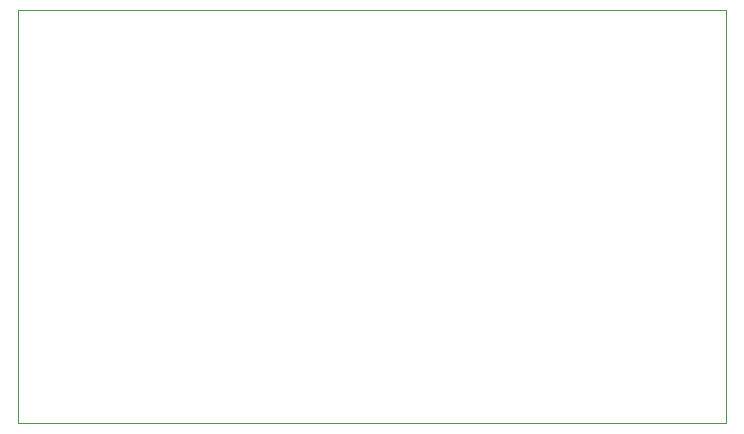
<source format=gbr>
%TF.GenerationSoftware,KiCad,Pcbnew,9.0.1*%
%TF.CreationDate,2025-07-10T19:48:23+10:00*%
%TF.ProjectId,esp-32-s3-wroom-1,6573702d-3332-42d7-9333-2d77726f6f6d,rev?*%
%TF.SameCoordinates,Original*%
%TF.FileFunction,Profile,NP*%
%FSLAX46Y46*%
G04 Gerber Fmt 4.6, Leading zero omitted, Abs format (unit mm)*
G04 Created by KiCad (PCBNEW 9.0.1) date 2025-07-10 19:48:23*
%MOMM*%
%LPD*%
G01*
G04 APERTURE LIST*
%TA.AperFunction,Profile*%
%ADD10C,0.050000*%
%TD*%
G04 APERTURE END LIST*
D10*
X100040000Y-65520000D02*
X159990000Y-65520000D01*
X159990000Y-100520000D01*
X100040000Y-100520000D01*
X100040000Y-65520000D01*
M02*

</source>
